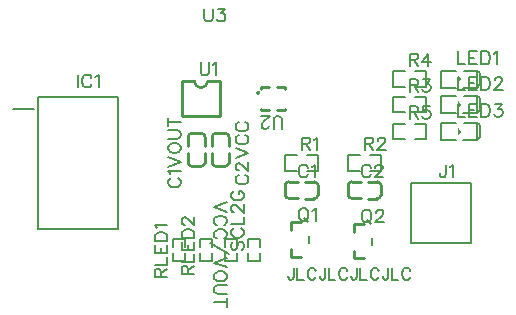
<source format=gto>
G04 Layer: TopSilkscreenLayer*
G04 EasyEDA v6.5.22, 2023-01-13 20:03:49*
G04 4af29382efde4495a0526e0f4e779ae0,8b4b4f1b4b1740689f263a8d45eed83e,10*
G04 Gerber Generator version 0.2*
G04 Scale: 100 percent, Rotated: No, Reflected: No *
G04 Dimensions in millimeters *
G04 leading zeros omitted , absolute positions ,4 integer and 5 decimal *
%FSLAX45Y45*%
%MOMM*%

%ADD10C,0.1500*%
%ADD11C,0.1524*%
%ADD12C,0.2540*%
%ADD13C,0.1999*%
%ADD14C,0.2032*%
%ADD15C,0.2000*%
%ADD16C,0.0157*%

%LPD*%
D10*
X5495290Y9171939D02*
G01*
X5495290Y9097010D01*
X5490463Y9082786D01*
X5485891Y9078213D01*
X5476493Y9073387D01*
X5467095Y9073387D01*
X5457697Y9078213D01*
X5452872Y9082786D01*
X5448300Y9097010D01*
X5448300Y9106154D01*
X5526277Y9171939D02*
G01*
X5526277Y9073387D01*
X5526277Y9073387D02*
G01*
X5582411Y9073387D01*
X5683758Y9148571D02*
G01*
X5679186Y9157970D01*
X5669788Y9167368D01*
X5660390Y9171939D01*
X5641593Y9171939D01*
X5632195Y9167368D01*
X5622797Y9157970D01*
X5618225Y9148571D01*
X5613400Y9134347D01*
X5613400Y9110979D01*
X5618225Y9097010D01*
X5622797Y9087612D01*
X5632195Y9078213D01*
X5641593Y9073387D01*
X5660390Y9073387D01*
X5669788Y9078213D01*
X5679186Y9087612D01*
X5683758Y9097010D01*
X5761736Y9171939D02*
G01*
X5761736Y9097010D01*
X5756909Y9082786D01*
X5752338Y9078213D01*
X5742940Y9073387D01*
X5733541Y9073387D01*
X5724143Y9078213D01*
X5719318Y9082786D01*
X5714745Y9097010D01*
X5714745Y9106154D01*
X5792724Y9171939D02*
G01*
X5792724Y9073387D01*
X5792724Y9073387D02*
G01*
X5848858Y9073387D01*
X5950204Y9148571D02*
G01*
X5945631Y9157970D01*
X5936234Y9167368D01*
X5926836Y9171939D01*
X5908040Y9171939D01*
X5898641Y9167368D01*
X5889243Y9157970D01*
X5884672Y9148571D01*
X5879845Y9134347D01*
X5879845Y9110979D01*
X5884672Y9097010D01*
X5889243Y9087612D01*
X5898641Y9078213D01*
X5908040Y9073387D01*
X5926836Y9073387D01*
X5936234Y9078213D01*
X5945631Y9087612D01*
X5950204Y9097010D01*
X6028181Y9171939D02*
G01*
X6028181Y9097010D01*
X6023356Y9082786D01*
X6018784Y9078213D01*
X6009386Y9073387D01*
X5999988Y9073387D01*
X5990590Y9078213D01*
X5985763Y9082786D01*
X5981191Y9097010D01*
X5981191Y9106154D01*
X6059170Y9171939D02*
G01*
X6059170Y9073387D01*
X6059170Y9073387D02*
G01*
X6115304Y9073387D01*
X6216650Y9148571D02*
G01*
X6212077Y9157970D01*
X6202679Y9167368D01*
X6193281Y9171939D01*
X6174486Y9171939D01*
X6165088Y9167368D01*
X6155690Y9157970D01*
X6151118Y9148571D01*
X6146291Y9134347D01*
X6146291Y9110979D01*
X6151118Y9097010D01*
X6155690Y9087612D01*
X6165088Y9078213D01*
X6174486Y9073387D01*
X6193281Y9073387D01*
X6202679Y9078213D01*
X6212077Y9087612D01*
X6216650Y9097010D01*
X6294627Y9171939D02*
G01*
X6294627Y9097010D01*
X6289802Y9082786D01*
X6285229Y9078213D01*
X6275831Y9073387D01*
X6266434Y9073387D01*
X6257036Y9078213D01*
X6252209Y9082786D01*
X6247638Y9097010D01*
X6247638Y9106154D01*
X6325615Y9171939D02*
G01*
X6325615Y9073387D01*
X6325615Y9073387D02*
G01*
X6381750Y9073387D01*
X6483095Y9148571D02*
G01*
X6478524Y9157970D01*
X6469125Y9167368D01*
X6459727Y9171939D01*
X6440931Y9171939D01*
X6431534Y9167368D01*
X6422136Y9157970D01*
X6417563Y9148571D01*
X6412738Y9134347D01*
X6412738Y9110979D01*
X6417563Y9097010D01*
X6422136Y9087612D01*
X6431534Y9078213D01*
X6440931Y9073387D01*
X6459727Y9073387D01*
X6469125Y9078213D01*
X6478524Y9087612D01*
X6483095Y9097010D01*
D11*
X5615177Y10020808D02*
G01*
X5609843Y10031221D01*
X5599429Y10041636D01*
X5589270Y10046715D01*
X5568441Y10046715D01*
X5558027Y10041636D01*
X5547613Y10031221D01*
X5542279Y10020808D01*
X5537200Y10005060D01*
X5537200Y9979152D01*
X5542279Y9963658D01*
X5547613Y9953244D01*
X5558027Y9942829D01*
X5568441Y9937750D01*
X5589270Y9937750D01*
X5599429Y9942829D01*
X5609843Y9953244D01*
X5615177Y9963658D01*
X5649468Y10025887D02*
G01*
X5659881Y10031221D01*
X5675375Y10046715D01*
X5675375Y9937750D01*
X4457191Y9933178D02*
G01*
X4446777Y9927844D01*
X4436363Y9917429D01*
X4431284Y9907270D01*
X4431284Y9886442D01*
X4436363Y9876028D01*
X4446777Y9865613D01*
X4457191Y9860279D01*
X4472940Y9855200D01*
X4498847Y9855200D01*
X4514341Y9860279D01*
X4524756Y9865613D01*
X4535170Y9876028D01*
X4540250Y9886442D01*
X4540250Y9907270D01*
X4535170Y9917429D01*
X4524756Y9927844D01*
X4514341Y9933178D01*
X4452111Y9967468D02*
G01*
X4446777Y9977881D01*
X4431284Y9993376D01*
X4540250Y9993376D01*
X4431284Y10027665D02*
G01*
X4540250Y10069321D01*
X4431284Y10110724D02*
G01*
X4540250Y10069321D01*
X4431284Y10176255D02*
G01*
X4436363Y10165842D01*
X4446777Y10155428D01*
X4457191Y10150347D01*
X4472940Y10145013D01*
X4498847Y10145013D01*
X4514341Y10150347D01*
X4524756Y10155428D01*
X4535170Y10165842D01*
X4540250Y10176255D01*
X4540250Y10197084D01*
X4535170Y10207497D01*
X4524756Y10217912D01*
X4514341Y10222992D01*
X4498847Y10228326D01*
X4472940Y10228326D01*
X4457191Y10222992D01*
X4446777Y10217912D01*
X4436363Y10207497D01*
X4431284Y10197084D01*
X4431284Y10176255D01*
X4431284Y10262615D02*
G01*
X4509261Y10262615D01*
X4524756Y10267695D01*
X4535170Y10278110D01*
X4540250Y10293604D01*
X4540250Y10304018D01*
X4535170Y10319765D01*
X4524756Y10330179D01*
X4509261Y10335260D01*
X4431284Y10335260D01*
X4431284Y10405871D02*
G01*
X4540250Y10405871D01*
X4431284Y10369550D02*
G01*
X4431284Y10442194D01*
X6148577Y10020808D02*
G01*
X6143243Y10031221D01*
X6132829Y10041636D01*
X6122670Y10046715D01*
X6101841Y10046715D01*
X6091427Y10041636D01*
X6081013Y10031221D01*
X6075679Y10020808D01*
X6070600Y10005060D01*
X6070600Y9979152D01*
X6075679Y9963658D01*
X6081013Y9953244D01*
X6091427Y9942829D01*
X6101841Y9937750D01*
X6122670Y9937750D01*
X6132829Y9942829D01*
X6143243Y9953244D01*
X6148577Y9963658D01*
X6187947Y10020808D02*
G01*
X6187947Y10025887D01*
X6193281Y10036302D01*
X6198361Y10041636D01*
X6208775Y10046715D01*
X6229604Y10046715D01*
X6240018Y10041636D01*
X6245097Y10036302D01*
X6250431Y10025887D01*
X6250431Y10015474D01*
X6245097Y10005060D01*
X6234684Y9989565D01*
X6182868Y9937750D01*
X6255511Y9937750D01*
X5028691Y9958578D02*
G01*
X5018277Y9953244D01*
X5007863Y9942829D01*
X5002784Y9932670D01*
X5002784Y9911842D01*
X5007863Y9901428D01*
X5018277Y9891013D01*
X5028691Y9885679D01*
X5044440Y9880600D01*
X5070347Y9880600D01*
X5085841Y9885679D01*
X5096256Y9891013D01*
X5106670Y9901428D01*
X5111750Y9911842D01*
X5111750Y9932670D01*
X5106670Y9942829D01*
X5096256Y9953244D01*
X5085841Y9958578D01*
X5028691Y9997947D02*
G01*
X5023611Y9997947D01*
X5013197Y10003281D01*
X5007863Y10008362D01*
X5002784Y10018776D01*
X5002784Y10039604D01*
X5007863Y10050018D01*
X5013197Y10055097D01*
X5023611Y10060431D01*
X5034025Y10060431D01*
X5044440Y10055097D01*
X5059934Y10044684D01*
X5111750Y9992868D01*
X5111750Y10065512D01*
X5002784Y10099802D02*
G01*
X5111750Y10141458D01*
X5002784Y10182860D02*
G01*
X5111750Y10141458D01*
X5028691Y10295128D02*
G01*
X5018277Y10290047D01*
X5007863Y10279634D01*
X5002784Y10269220D01*
X5002784Y10248392D01*
X5007863Y10237978D01*
X5018277Y10227563D01*
X5028691Y10222484D01*
X5044440Y10217150D01*
X5070347Y10217150D01*
X5085841Y10222484D01*
X5096256Y10227563D01*
X5106670Y10237978D01*
X5111750Y10248392D01*
X5111750Y10269220D01*
X5106670Y10279634D01*
X5096256Y10290047D01*
X5085841Y10295128D01*
X5028691Y10407395D02*
G01*
X5018277Y10402315D01*
X5007863Y10391902D01*
X5002784Y10381487D01*
X5002784Y10360660D01*
X5007863Y10350245D01*
X5018277Y10339831D01*
X5028691Y10334752D01*
X5044440Y10329418D01*
X5070347Y10329418D01*
X5085841Y10334752D01*
X5096256Y10339831D01*
X5106670Y10350245D01*
X5111750Y10360660D01*
X5111750Y10381487D01*
X5106670Y10391902D01*
X5096256Y10402315D01*
X5085841Y10407395D01*
X3670300Y10808715D02*
G01*
X3670300Y10699750D01*
X3782568Y10782808D02*
G01*
X3777234Y10793221D01*
X3766820Y10803636D01*
X3756659Y10808715D01*
X3735831Y10808715D01*
X3725418Y10803636D01*
X3715004Y10793221D01*
X3709670Y10782808D01*
X3704590Y10767060D01*
X3704590Y10741152D01*
X3709670Y10725658D01*
X3715004Y10715244D01*
X3725418Y10704829D01*
X3735831Y10699750D01*
X3756659Y10699750D01*
X3766820Y10704829D01*
X3777234Y10715244D01*
X3782568Y10725658D01*
X3816858Y10787887D02*
G01*
X3827272Y10793221D01*
X3842765Y10808715D01*
X3842765Y10699750D01*
X6783070Y10046715D02*
G01*
X6783070Y9963658D01*
X6777736Y9947910D01*
X6772656Y9942829D01*
X6762241Y9937750D01*
X6751827Y9937750D01*
X6741413Y9942829D01*
X6736079Y9947910D01*
X6731000Y9963658D01*
X6731000Y9974071D01*
X6817359Y10025887D02*
G01*
X6827520Y10031221D01*
X6843268Y10046715D01*
X6843268Y9937750D01*
X6886125Y11004118D02*
G01*
X6886125Y10895152D01*
X6886125Y10895152D02*
G01*
X6948355Y10895152D01*
X6982645Y11004118D02*
G01*
X6982645Y10895152D01*
X6982645Y11004118D02*
G01*
X7050209Y11004118D01*
X6982645Y10952302D02*
G01*
X7024301Y10952302D01*
X6982645Y10895152D02*
G01*
X7050209Y10895152D01*
X7084499Y11004118D02*
G01*
X7084499Y10895152D01*
X7084499Y11004118D02*
G01*
X7121075Y11004118D01*
X7136569Y10999038D01*
X7146983Y10988624D01*
X7152063Y10978210D01*
X7157397Y10962462D01*
X7157397Y10936554D01*
X7152063Y10921060D01*
X7146983Y10910646D01*
X7136569Y10900232D01*
X7121075Y10895152D01*
X7084499Y10895152D01*
X7191687Y10983290D02*
G01*
X7202101Y10988624D01*
X7217595Y11004118D01*
X7217595Y10895152D01*
X6886125Y10788218D02*
G01*
X6886125Y10679252D01*
X6886125Y10679252D02*
G01*
X6948355Y10679252D01*
X6982645Y10788218D02*
G01*
X6982645Y10679252D01*
X6982645Y10788218D02*
G01*
X7050209Y10788218D01*
X6982645Y10736402D02*
G01*
X7024301Y10736402D01*
X6982645Y10679252D02*
G01*
X7050209Y10679252D01*
X7084499Y10788218D02*
G01*
X7084499Y10679252D01*
X7084499Y10788218D02*
G01*
X7121075Y10788218D01*
X7136569Y10783138D01*
X7146983Y10772724D01*
X7152063Y10762310D01*
X7157397Y10746562D01*
X7157397Y10720654D01*
X7152063Y10705160D01*
X7146983Y10694746D01*
X7136569Y10684332D01*
X7121075Y10679252D01*
X7084499Y10679252D01*
X7196767Y10762310D02*
G01*
X7196767Y10767390D01*
X7202101Y10777804D01*
X7207181Y10783138D01*
X7217595Y10788218D01*
X7238423Y10788218D01*
X7248837Y10783138D01*
X7253917Y10777804D01*
X7259251Y10767390D01*
X7259251Y10756976D01*
X7253917Y10746562D01*
X7243503Y10731068D01*
X7191687Y10679252D01*
X7264331Y10679252D01*
X6886125Y10559618D02*
G01*
X6886125Y10450652D01*
X6886125Y10450652D02*
G01*
X6948355Y10450652D01*
X6982645Y10559618D02*
G01*
X6982645Y10450652D01*
X6982645Y10559618D02*
G01*
X7050209Y10559618D01*
X6982645Y10507802D02*
G01*
X7024301Y10507802D01*
X6982645Y10450652D02*
G01*
X7050209Y10450652D01*
X7084499Y10559618D02*
G01*
X7084499Y10450652D01*
X7084499Y10559618D02*
G01*
X7121075Y10559618D01*
X7136569Y10554538D01*
X7146983Y10544124D01*
X7152063Y10533710D01*
X7157397Y10517962D01*
X7157397Y10492054D01*
X7152063Y10476560D01*
X7146983Y10466146D01*
X7136569Y10455732D01*
X7121075Y10450652D01*
X7084499Y10450652D01*
X7202101Y10559618D02*
G01*
X7259251Y10559618D01*
X7228009Y10517962D01*
X7243503Y10517962D01*
X7253917Y10512882D01*
X7259251Y10507802D01*
X7264331Y10492054D01*
X7264331Y10481640D01*
X7259251Y10466146D01*
X7248837Y10455732D01*
X7233089Y10450652D01*
X7217595Y10450652D01*
X7202101Y10455732D01*
X7196767Y10460812D01*
X7191687Y10471226D01*
X5568441Y9678415D02*
G01*
X5558027Y9673336D01*
X5547613Y9662921D01*
X5542279Y9652508D01*
X5537200Y9636760D01*
X5537200Y9610852D01*
X5542279Y9595358D01*
X5547613Y9584944D01*
X5558027Y9574529D01*
X5568441Y9569450D01*
X5589270Y9569450D01*
X5599429Y9574529D01*
X5609843Y9584944D01*
X5615177Y9595358D01*
X5620258Y9610852D01*
X5620258Y9636760D01*
X5615177Y9652508D01*
X5609843Y9662921D01*
X5599429Y9673336D01*
X5589270Y9678415D01*
X5568441Y9678415D01*
X5583936Y9590024D02*
G01*
X5615177Y9559036D01*
X5654547Y9657587D02*
G01*
X5664961Y9662921D01*
X5680709Y9678415D01*
X5680709Y9569450D01*
X6101841Y9665715D02*
G01*
X6091427Y9660636D01*
X6081013Y9650221D01*
X6075679Y9639808D01*
X6070600Y9624060D01*
X6070600Y9598152D01*
X6075679Y9582658D01*
X6081013Y9572244D01*
X6091427Y9561829D01*
X6101841Y9556750D01*
X6122670Y9556750D01*
X6132829Y9561829D01*
X6143243Y9572244D01*
X6148577Y9582658D01*
X6153658Y9598152D01*
X6153658Y9624060D01*
X6148577Y9639808D01*
X6143243Y9650221D01*
X6132829Y9660636D01*
X6122670Y9665715D01*
X6101841Y9665715D01*
X6117336Y9577324D02*
G01*
X6148577Y9546336D01*
X6193281Y9639808D02*
G01*
X6193281Y9644887D01*
X6198361Y9655302D01*
X6203695Y9660636D01*
X6214109Y9665715D01*
X6234684Y9665715D01*
X6245097Y9660636D01*
X6250431Y9655302D01*
X6255511Y9644887D01*
X6255511Y9634474D01*
X6250431Y9624060D01*
X6240018Y9608565D01*
X6187947Y9556750D01*
X6260845Y9556750D01*
X5562600Y10275315D02*
G01*
X5562600Y10166350D01*
X5562600Y10275315D02*
G01*
X5609336Y10275315D01*
X5624829Y10270236D01*
X5630163Y10264902D01*
X5635243Y10254487D01*
X5635243Y10244074D01*
X5630163Y10233660D01*
X5624829Y10228579D01*
X5609336Y10223500D01*
X5562600Y10223500D01*
X5598922Y10223500D02*
G01*
X5635243Y10166350D01*
X5669534Y10254487D02*
G01*
X5679947Y10259821D01*
X5695695Y10275315D01*
X5695695Y10166350D01*
X6096000Y10275315D02*
G01*
X6096000Y10166350D01*
X6096000Y10275315D02*
G01*
X6142736Y10275315D01*
X6158229Y10270236D01*
X6163563Y10264902D01*
X6168643Y10254487D01*
X6168643Y10244074D01*
X6163563Y10233660D01*
X6158229Y10228579D01*
X6142736Y10223500D01*
X6096000Y10223500D01*
X6132322Y10223500D02*
G01*
X6168643Y10166350D01*
X6208268Y10249408D02*
G01*
X6208268Y10254487D01*
X6213347Y10264902D01*
X6218681Y10270236D01*
X6229095Y10275315D01*
X6249670Y10275315D01*
X6260084Y10270236D01*
X6265418Y10264902D01*
X6270497Y10254487D01*
X6270497Y10244074D01*
X6265418Y10233660D01*
X6255004Y10218165D01*
X6202934Y10166350D01*
X6275831Y10166350D01*
X6477000Y10770615D02*
G01*
X6477000Y10661650D01*
X6477000Y10770615D02*
G01*
X6523736Y10770615D01*
X6539229Y10765536D01*
X6544563Y10760202D01*
X6549643Y10749787D01*
X6549643Y10739374D01*
X6544563Y10728960D01*
X6539229Y10723879D01*
X6523736Y10718800D01*
X6477000Y10718800D01*
X6513322Y10718800D02*
G01*
X6549643Y10661650D01*
X6594347Y10770615D02*
G01*
X6651497Y10770615D01*
X6620509Y10728960D01*
X6636004Y10728960D01*
X6646418Y10723879D01*
X6651497Y10718800D01*
X6656831Y10703052D01*
X6656831Y10692637D01*
X6651497Y10677144D01*
X6641084Y10666729D01*
X6625590Y10661650D01*
X6610095Y10661650D01*
X6594347Y10666729D01*
X6589268Y10671810D01*
X6583934Y10682224D01*
X6477000Y10986515D02*
G01*
X6477000Y10877550D01*
X6477000Y10986515D02*
G01*
X6523736Y10986515D01*
X6539229Y10981436D01*
X6544563Y10976102D01*
X6549643Y10965687D01*
X6549643Y10955274D01*
X6544563Y10944860D01*
X6539229Y10939779D01*
X6523736Y10934700D01*
X6477000Y10934700D01*
X6513322Y10934700D02*
G01*
X6549643Y10877550D01*
X6636004Y10986515D02*
G01*
X6583934Y10913871D01*
X6661911Y10913871D01*
X6636004Y10986515D02*
G01*
X6636004Y10877550D01*
X6477000Y10542015D02*
G01*
X6477000Y10433050D01*
X6477000Y10542015D02*
G01*
X6523736Y10542015D01*
X6539229Y10536936D01*
X6544563Y10531602D01*
X6549643Y10521187D01*
X6549643Y10510774D01*
X6544563Y10500360D01*
X6539229Y10495279D01*
X6523736Y10490200D01*
X6477000Y10490200D01*
X6513322Y10490200D02*
G01*
X6549643Y10433050D01*
X6646418Y10542015D02*
G01*
X6594347Y10542015D01*
X6589268Y10495279D01*
X6594347Y10500360D01*
X6610095Y10505694D01*
X6625590Y10505694D01*
X6641084Y10500360D01*
X6651497Y10490200D01*
X6656831Y10474452D01*
X6656831Y10464037D01*
X6651497Y10448544D01*
X6641084Y10438129D01*
X6625590Y10433050D01*
X6610095Y10433050D01*
X6594347Y10438129D01*
X6589268Y10443210D01*
X6583934Y10453624D01*
X4316984Y9093200D02*
G01*
X4425950Y9093200D01*
X4316984Y9093200D02*
G01*
X4316984Y9139936D01*
X4322063Y9155429D01*
X4327397Y9160763D01*
X4337811Y9165844D01*
X4348225Y9165844D01*
X4358640Y9160763D01*
X4363720Y9155429D01*
X4368800Y9139936D01*
X4368800Y9093200D01*
X4368800Y9129521D02*
G01*
X4425950Y9165844D01*
X4316984Y9200134D02*
G01*
X4425950Y9200134D01*
X4425950Y9200134D02*
G01*
X4425950Y9262618D01*
X4316984Y9296908D02*
G01*
X4425950Y9296908D01*
X4316984Y9296908D02*
G01*
X4316984Y9364471D01*
X4368800Y9296908D02*
G01*
X4368800Y9338310D01*
X4425950Y9296908D02*
G01*
X4425950Y9364471D01*
X4316984Y9398762D02*
G01*
X4425950Y9398762D01*
X4316984Y9398762D02*
G01*
X4316984Y9435084D01*
X4322063Y9450578D01*
X4332477Y9460992D01*
X4342891Y9466326D01*
X4358640Y9471405D01*
X4384547Y9471405D01*
X4400041Y9466326D01*
X4410456Y9460992D01*
X4420870Y9450578D01*
X4425950Y9435084D01*
X4425950Y9398762D01*
X4337811Y9505695D02*
G01*
X4332477Y9516110D01*
X4316984Y9531604D01*
X4425950Y9531604D01*
X4545584Y9118600D02*
G01*
X4654550Y9118600D01*
X4545584Y9118600D02*
G01*
X4545584Y9165336D01*
X4550663Y9180829D01*
X4555997Y9186163D01*
X4566411Y9191244D01*
X4576825Y9191244D01*
X4587240Y9186163D01*
X4592320Y9180829D01*
X4597400Y9165336D01*
X4597400Y9118600D01*
X4597400Y9154921D02*
G01*
X4654550Y9191244D01*
X4545584Y9225534D02*
G01*
X4654550Y9225534D01*
X4654550Y9225534D02*
G01*
X4654550Y9288018D01*
X4545584Y9322308D02*
G01*
X4654550Y9322308D01*
X4545584Y9322308D02*
G01*
X4545584Y9389871D01*
X4597400Y9322308D02*
G01*
X4597400Y9363710D01*
X4654550Y9322308D02*
G01*
X4654550Y9389871D01*
X4545584Y9424162D02*
G01*
X4654550Y9424162D01*
X4545584Y9424162D02*
G01*
X4545584Y9460484D01*
X4550663Y9475978D01*
X4561077Y9486392D01*
X4571491Y9491726D01*
X4587240Y9496805D01*
X4613147Y9496805D01*
X4628641Y9491726D01*
X4639056Y9486392D01*
X4649470Y9475978D01*
X4654550Y9460484D01*
X4654550Y9424162D01*
X4571491Y9536429D02*
G01*
X4566411Y9536429D01*
X4555997Y9541510D01*
X4550663Y9546589D01*
X4545584Y9557004D01*
X4545584Y9577831D01*
X4550663Y9588245D01*
X4555997Y9593579D01*
X4566411Y9598660D01*
X4576825Y9598660D01*
X4587240Y9593579D01*
X4602734Y9583165D01*
X4654550Y9531095D01*
X4654550Y9603739D01*
X4980177Y9394444D02*
G01*
X4969763Y9384029D01*
X4964684Y9368536D01*
X4964684Y9347708D01*
X4969763Y9332213D01*
X4980177Y9321800D01*
X4990591Y9321800D01*
X5001006Y9326879D01*
X5006340Y9332213D01*
X5011420Y9342628D01*
X5021834Y9373870D01*
X5026913Y9384029D01*
X5032247Y9389363D01*
X5042661Y9394444D01*
X5058156Y9394444D01*
X5068570Y9384029D01*
X5073650Y9368536D01*
X5073650Y9347708D01*
X5068570Y9332213D01*
X5058156Y9321800D01*
X4990591Y9506712D02*
G01*
X4980177Y9501631D01*
X4969763Y9491218D01*
X4964684Y9480804D01*
X4964684Y9459976D01*
X4969763Y9449562D01*
X4980177Y9439147D01*
X4990591Y9434068D01*
X5006340Y9428734D01*
X5032247Y9428734D01*
X5047741Y9434068D01*
X5058156Y9439147D01*
X5068570Y9449562D01*
X5073650Y9459976D01*
X5073650Y9480804D01*
X5068570Y9491218D01*
X5058156Y9501631D01*
X5047741Y9506712D01*
X4964684Y9541002D02*
G01*
X5073650Y9541002D01*
X5073650Y9541002D02*
G01*
X5073650Y9603486D01*
X4990591Y9642855D02*
G01*
X4985511Y9642855D01*
X4975097Y9648189D01*
X4969763Y9653270D01*
X4964684Y9663684D01*
X4964684Y9684512D01*
X4969763Y9694926D01*
X4975097Y9700005D01*
X4985511Y9705339D01*
X4995925Y9705339D01*
X5006340Y9700005D01*
X5021834Y9689592D01*
X5073650Y9637776D01*
X5073650Y9710420D01*
X4990591Y9822687D02*
G01*
X4980177Y9817354D01*
X4969763Y9806939D01*
X4964684Y9796779D01*
X4964684Y9775952D01*
X4969763Y9765537D01*
X4980177Y9755124D01*
X4990591Y9749789D01*
X5006340Y9744710D01*
X5032247Y9744710D01*
X5047741Y9749789D01*
X5058156Y9755124D01*
X5068570Y9765537D01*
X5073650Y9775952D01*
X5073650Y9796779D01*
X5068570Y9806939D01*
X5058156Y9817354D01*
X5047741Y9822687D01*
X5032247Y9822687D01*
X5032247Y9796779D02*
G01*
X5032247Y9822687D01*
X4928615Y9728200D02*
G01*
X4819650Y9686544D01*
X4928615Y9645142D02*
G01*
X4819650Y9686544D01*
X4902708Y9532874D02*
G01*
X4913122Y9537954D01*
X4923536Y9548368D01*
X4928615Y9558781D01*
X4928615Y9579610D01*
X4923536Y9590024D01*
X4913122Y9600437D01*
X4902708Y9605518D01*
X4886959Y9610852D01*
X4861052Y9610852D01*
X4845558Y9605518D01*
X4835143Y9600437D01*
X4824729Y9590024D01*
X4819650Y9579610D01*
X4819650Y9558781D01*
X4824729Y9548368D01*
X4835143Y9537954D01*
X4845558Y9532874D01*
X4902708Y9420605D02*
G01*
X4913122Y9425939D01*
X4923536Y9436100D01*
X4928615Y9446513D01*
X4928615Y9467342D01*
X4923536Y9477755D01*
X4913122Y9488170D01*
X4902708Y9493250D01*
X4886959Y9498584D01*
X4861052Y9498584D01*
X4845558Y9493250D01*
X4835143Y9488170D01*
X4824729Y9477755D01*
X4819650Y9467342D01*
X4819650Y9446513D01*
X4824729Y9436100D01*
X4835143Y9425939D01*
X4845558Y9420605D01*
X4949443Y9292844D02*
G01*
X4783074Y9386315D01*
X4928615Y9258554D02*
G01*
X4819650Y9216897D01*
X4928615Y9175495D02*
G01*
X4819650Y9216897D01*
X4928615Y9109963D02*
G01*
X4923536Y9120378D01*
X4913122Y9130792D01*
X4902708Y9135871D01*
X4886959Y9141205D01*
X4861052Y9141205D01*
X4845558Y9135871D01*
X4835143Y9130792D01*
X4824729Y9120378D01*
X4819650Y9109963D01*
X4819650Y9089136D01*
X4824729Y9078721D01*
X4835143Y9068308D01*
X4845558Y9063228D01*
X4861052Y9057894D01*
X4886959Y9057894D01*
X4902708Y9063228D01*
X4913122Y9068308D01*
X4923536Y9078721D01*
X4928615Y9089136D01*
X4928615Y9109963D01*
X4928615Y9023604D02*
G01*
X4850638Y9023604D01*
X4835143Y9018524D01*
X4824729Y9008110D01*
X4819650Y8992615D01*
X4819650Y8982202D01*
X4824729Y8966454D01*
X4835143Y8956039D01*
X4850638Y8950960D01*
X4928615Y8950960D01*
X4928615Y8880347D02*
G01*
X4819650Y8880347D01*
X4928615Y8916670D02*
G01*
X4928615Y8844026D01*
X4706620Y10911586D02*
G01*
X4706620Y10833608D01*
X4711700Y10818113D01*
X4722113Y10807700D01*
X4737861Y10802620D01*
X4748275Y10802620D01*
X4763770Y10807700D01*
X4774184Y10818113D01*
X4779263Y10833608D01*
X4779263Y10911586D01*
X4813554Y10890758D02*
G01*
X4823968Y10896092D01*
X4839715Y10911586D01*
X4839715Y10802620D01*
X5397500Y10349484D02*
G01*
X5397500Y10427462D01*
X5392420Y10442955D01*
X5382006Y10453370D01*
X5366258Y10458450D01*
X5355843Y10458450D01*
X5340350Y10453370D01*
X5329936Y10442955D01*
X5324856Y10427462D01*
X5324856Y10349484D01*
X5285231Y10375392D02*
G01*
X5285231Y10370312D01*
X5280152Y10359897D01*
X5274818Y10354563D01*
X5264404Y10349484D01*
X5243829Y10349484D01*
X5233415Y10354563D01*
X5228081Y10359897D01*
X5223002Y10370312D01*
X5223002Y10380726D01*
X5228081Y10391139D01*
X5238495Y10406634D01*
X5290565Y10458450D01*
X5217668Y10458450D01*
X4737100Y11367515D02*
G01*
X4737100Y11289537D01*
X4742179Y11274044D01*
X4752593Y11263629D01*
X4768341Y11258550D01*
X4778756Y11258550D01*
X4794250Y11263629D01*
X4804663Y11274044D01*
X4809743Y11289537D01*
X4809743Y11367515D01*
X4854447Y11367515D02*
G01*
X4911597Y11367515D01*
X4880609Y11325860D01*
X4896104Y11325860D01*
X4906518Y11320779D01*
X4911597Y11315700D01*
X4916931Y11299952D01*
X4916931Y11289537D01*
X4911597Y11274044D01*
X4901184Y11263629D01*
X4885690Y11258550D01*
X4870195Y11258550D01*
X4854447Y11263629D01*
X4849368Y11268710D01*
X4844034Y11279124D01*
G36*
X6885076Y10805617D02*
G01*
X6884111Y10733633D01*
X6910070Y10769600D01*
G37*
G36*
X6885076Y10589717D02*
G01*
X6884111Y10517733D01*
X6910070Y10553700D01*
G37*
G36*
X6885076Y10361117D02*
G01*
X6884111Y10289133D01*
X6910070Y10325100D01*
G37*
D12*
X5701601Y9869777D02*
G01*
X5701601Y9789774D01*
X5590626Y9900762D02*
G01*
X5670623Y9900762D01*
X5590626Y9758796D02*
G01*
X5670623Y9758796D01*
X5533036Y9901344D02*
G01*
X5453037Y9901344D01*
X5422054Y9870361D02*
G01*
X5422054Y9790363D01*
X5533036Y9759383D02*
G01*
X5453037Y9759383D01*
X4633622Y10311701D02*
G01*
X4713625Y10311701D01*
X4602637Y10200726D02*
G01*
X4602637Y10280723D01*
X4744603Y10200726D02*
G01*
X4744603Y10280723D01*
X4602055Y10143136D02*
G01*
X4602055Y10063137D01*
X4633038Y10032154D02*
G01*
X4713036Y10032154D01*
X4744016Y10143136D02*
G01*
X4744016Y10063137D01*
X6235001Y9869777D02*
G01*
X6235001Y9789774D01*
X6124026Y9900762D02*
G01*
X6204023Y9900762D01*
X6124026Y9758796D02*
G01*
X6204023Y9758796D01*
X6066436Y9901344D02*
G01*
X5986437Y9901344D01*
X5955454Y9870361D02*
G01*
X5955454Y9790363D01*
X6066436Y9759383D02*
G01*
X5986437Y9759383D01*
X4836822Y10311701D02*
G01*
X4916825Y10311701D01*
X4805837Y10200726D02*
G01*
X4805837Y10280723D01*
X4947803Y10200726D02*
G01*
X4947803Y10280723D01*
X4805255Y10143136D02*
G01*
X4805255Y10063137D01*
X4836238Y10032154D02*
G01*
X4916236Y10032154D01*
X4947216Y10143136D02*
G01*
X4947216Y10063137D01*
D13*
X3332810Y10616387D02*
G01*
X4007789Y10616387D01*
X4007789Y9500412D01*
X3332810Y9500412D01*
X3332810Y10616387D01*
X3122802Y10514406D02*
G01*
X3297809Y10514406D01*
D14*
X6997700Y9893300D02*
G01*
X6997700Y9385300D01*
X6489700Y9385300D01*
X6489700Y9893300D01*
X6997700Y9893300D01*
D10*
X6933100Y10842599D02*
G01*
X7048098Y10842599D01*
X7048098Y10697601D01*
X6928098Y10697601D01*
X6866100Y10696600D02*
G01*
X6742099Y10696600D01*
X6742099Y10841598D01*
X6866100Y10841598D01*
X7048098Y10842599D02*
G01*
X7051100Y10842599D01*
X7071100Y10822599D01*
X7071100Y10720600D01*
X7068098Y10717601D01*
X7048098Y10697601D01*
X6933100Y10626699D02*
G01*
X7048098Y10626699D01*
X7048098Y10481701D01*
X6928098Y10481701D01*
X6866100Y10480700D02*
G01*
X6742099Y10480700D01*
X6742099Y10625698D01*
X6866100Y10625698D01*
X7048098Y10626699D02*
G01*
X7051100Y10626699D01*
X7071100Y10606699D01*
X7071100Y10504700D01*
X7068098Y10501701D01*
X7048098Y10481701D01*
X6933100Y10398099D02*
G01*
X7048098Y10398099D01*
X7048098Y10253101D01*
X6928098Y10253101D01*
X6866100Y10252100D02*
G01*
X6742099Y10252100D01*
X6742099Y10397098D01*
X6866100Y10397098D01*
X7048098Y10398099D02*
G01*
X7051100Y10398099D01*
X7071100Y10378099D01*
X7071100Y10276100D01*
X7068098Y10273101D01*
X7048098Y10253101D01*
D12*
X5553709Y9264700D02*
G01*
X5472201Y9264700D01*
X5472201Y9330689D01*
X5472201Y9490710D02*
G01*
X5472201Y9556699D01*
X5472201Y9490710D01*
X5472201Y9556699D01*
X5553709Y9556699D01*
D15*
X5627192Y9380702D02*
G01*
X5627192Y9440697D01*
D12*
X6087109Y9252000D02*
G01*
X6005601Y9252000D01*
X6005601Y9317989D01*
X6005601Y9478010D02*
G01*
X6005601Y9543999D01*
X6005601Y9478010D01*
X6005601Y9543999D01*
X6087109Y9543999D01*
D15*
X6160592Y9368002D02*
G01*
X6160592Y9427997D01*
D11*
X5605221Y9992339D02*
G01*
X5701108Y9992339D01*
X5701108Y10124460D01*
X5605221Y10124460D01*
X5519978Y9992339D02*
G01*
X5424091Y9992339D01*
X5424091Y10124460D01*
X5519978Y10124460D01*
X6138621Y9992339D02*
G01*
X6234508Y9992339D01*
X6234508Y10124460D01*
X6138621Y10124460D01*
X6053378Y9992339D02*
G01*
X5957491Y9992339D01*
X5957491Y10124460D01*
X6053378Y10124460D01*
X6519621Y10487639D02*
G01*
X6615508Y10487639D01*
X6615508Y10619760D01*
X6519621Y10619760D01*
X6434378Y10487639D02*
G01*
X6338491Y10487639D01*
X6338491Y10619760D01*
X6434378Y10619760D01*
X6519621Y10703539D02*
G01*
X6615508Y10703539D01*
X6615508Y10835660D01*
X6519621Y10835660D01*
X6434378Y10703539D02*
G01*
X6338491Y10703539D01*
X6338491Y10835660D01*
X6434378Y10835660D01*
X6519621Y10259039D02*
G01*
X6615508Y10259039D01*
X6615508Y10391160D01*
X6519621Y10391160D01*
X6434378Y10259039D02*
G01*
X6338491Y10259039D01*
X6338491Y10391160D01*
X6434378Y10391160D01*
X4571060Y9299178D02*
G01*
X4571060Y9227375D01*
X4471339Y9227375D01*
X4471339Y9299178D01*
X4571060Y9344421D02*
G01*
X4571060Y9416224D01*
X4471339Y9416224D01*
X4471339Y9344421D01*
X4799660Y9299178D02*
G01*
X4799660Y9227375D01*
X4699939Y9227375D01*
X4699939Y9299178D01*
X4799660Y9344421D02*
G01*
X4799660Y9416224D01*
X4699939Y9416224D01*
X4699939Y9344421D01*
X5206060Y9299178D02*
G01*
X5206060Y9227375D01*
X5106339Y9227375D01*
X5106339Y9299178D01*
X5206060Y9344421D02*
G01*
X5206060Y9416224D01*
X5106339Y9416224D01*
X5106339Y9344421D01*
X4915839Y9344421D02*
G01*
X4915839Y9416224D01*
X5015560Y9416224D01*
X5015560Y9344421D01*
X4915839Y9299178D02*
G01*
X4915839Y9227375D01*
X5015560Y9227375D01*
X5015560Y9299178D01*
D12*
X4551425Y10454386D02*
G01*
X4551425Y10754360D01*
X4871211Y10454386D02*
G01*
X4871211Y10753064D01*
X4551425Y10454386D02*
G01*
X4871211Y10454386D01*
X4551679Y10755629D02*
G01*
X4653279Y10755629D01*
X4871618Y10753089D02*
G01*
X4766614Y10753089D01*
X5421302Y10518691D02*
G01*
X5421302Y10504502D01*
X5353809Y10704502D02*
G01*
X5421302Y10704502D01*
X5421302Y10690308D01*
X5221302Y10690308D02*
G01*
X5221302Y10704502D01*
X5288808Y10704502D01*
X5221302Y10504502D02*
G01*
X5221302Y10518691D01*
X5288803Y10504502D02*
G01*
X5221302Y10504502D01*
X5421302Y10504502D02*
G01*
X5353809Y10504502D01*
G75*
G01*
X5422049Y9870361D02*
G02*
X5453032Y9901344I30983J0D01*
G75*
G01*
X5453032Y9759378D02*
G02*
X5422049Y9790364I0J30983D01*
G75*
G01*
X5670619Y9900763D02*
G02*
X5701601Y9869777I0J-30983D01*
G75*
G01*
X5701601Y9789780D02*
G02*
X5670619Y9758797I-30982J0D01*
G75*
G01*
X4633039Y10032149D02*
G02*
X4602056Y10063132I0J30983D01*
G75*
G01*
X4744022Y10063132D02*
G02*
X4713036Y10032149I-30983J0D01*
G75*
G01*
X4602637Y10280719D02*
G02*
X4633623Y10311701I30983J0D01*
G75*
G01*
X4713620Y10311701D02*
G02*
X4744603Y10280719I0J-30982D01*
G75*
G01*
X5955449Y9870361D02*
G02*
X5986432Y9901344I30983J0D01*
G75*
G01*
X5986432Y9759378D02*
G02*
X5955449Y9790364I0J30983D01*
G75*
G01*
X6204019Y9900763D02*
G02*
X6235001Y9869777I0J-30983D01*
G75*
G01*
X6235001Y9789780D02*
G02*
X6204019Y9758797I-30982J0D01*
G75*
G01*
X4836239Y10032149D02*
G02*
X4805256Y10063132I0J30983D01*
G75*
G01*
X4947222Y10063132D02*
G02*
X4916236Y10032149I-30983J0D01*
G75*
G01*
X4805837Y10280719D02*
G02*
X4836823Y10311701I30983J0D01*
G75*
G01*
X4916820Y10311701D02*
G02*
X4947803Y10280719I0J-30982D01*
G75*
G01*
X4767580Y10753090D02*
G02*
X4653280Y10755630I-57125J2406D01*
G75*
G01
X5200650Y10655275D02*
G03X5200650Y10655275I-6350J0D01*
M02*

</source>
